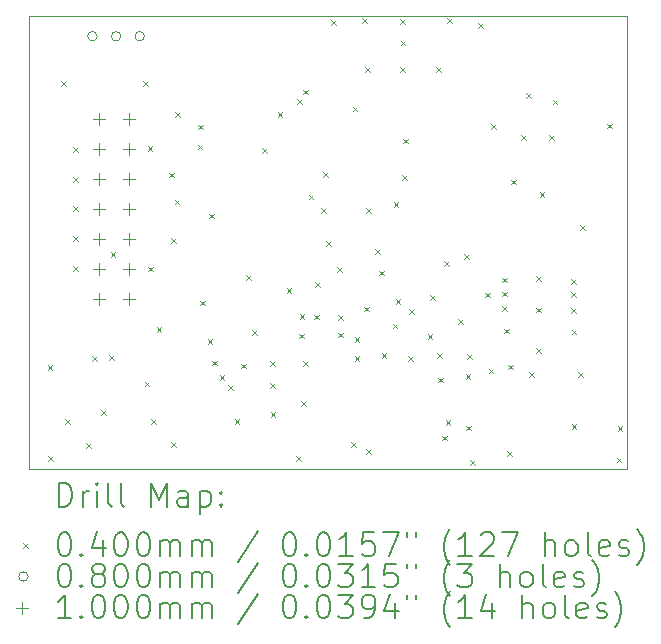
<source format=gbr>
%TF.GenerationSoftware,KiCad,Pcbnew,7.0.8*%
%TF.CreationDate,2024-04-14T12:45:38-04:00*%
%TF.ProjectId,tv desecrator,74762064-6573-4656-9372-61746f722e6b,rev?*%
%TF.SameCoordinates,Original*%
%TF.FileFunction,Drillmap*%
%TF.FilePolarity,Positive*%
%FSLAX45Y45*%
G04 Gerber Fmt 4.5, Leading zero omitted, Abs format (unit mm)*
G04 Created by KiCad (PCBNEW 7.0.8) date 2024-04-14 12:45:38*
%MOMM*%
%LPD*%
G01*
G04 APERTURE LIST*
%ADD10C,0.100000*%
%ADD11C,0.200000*%
%ADD12C,0.040000*%
%ADD13C,0.080000*%
G04 APERTURE END LIST*
D10*
X1595120Y-1821180D02*
X6659880Y-1821180D01*
X6659880Y-5659120D01*
X1595120Y-5659120D01*
X1595120Y-1821180D01*
D11*
D12*
X1755460Y-4780600D02*
X1795460Y-4820600D01*
X1795460Y-4780600D02*
X1755460Y-4820600D01*
X1758000Y-5550220D02*
X1798000Y-5590220D01*
X1798000Y-5550220D02*
X1758000Y-5590220D01*
X1872300Y-2375220D02*
X1912300Y-2415220D01*
X1912300Y-2375220D02*
X1872300Y-2415220D01*
X1905320Y-5237800D02*
X1945320Y-5277800D01*
X1945320Y-5237800D02*
X1905320Y-5277800D01*
X1968820Y-3688400D02*
X2008820Y-3728400D01*
X2008820Y-3688400D02*
X1968820Y-3728400D01*
X1971360Y-2931480D02*
X2011360Y-2971480D01*
X2011360Y-2931480D02*
X1971360Y-2971480D01*
X1971360Y-3434400D02*
X2011360Y-3474400D01*
X2011360Y-3434400D02*
X1971360Y-3474400D01*
X1971360Y-3939860D02*
X2011360Y-3979860D01*
X2011360Y-3939860D02*
X1971360Y-3979860D01*
X1973900Y-3185480D02*
X2013900Y-3225480D01*
X2013900Y-3185480D02*
X1973900Y-3225480D01*
X2083120Y-5441000D02*
X2123120Y-5481000D01*
X2123120Y-5441000D02*
X2083120Y-5481000D01*
X2131380Y-4701860D02*
X2171380Y-4741860D01*
X2171380Y-4701860D02*
X2131380Y-4741860D01*
X2207550Y-5161600D02*
X2247550Y-5201600D01*
X2247550Y-5161600D02*
X2207550Y-5201600D01*
X2273620Y-4694240D02*
X2313620Y-4734240D01*
X2313620Y-4694240D02*
X2273620Y-4734240D01*
X2288860Y-3820480D02*
X2328860Y-3860480D01*
X2328860Y-3820480D02*
X2288860Y-3860480D01*
X2563180Y-2375220D02*
X2603180Y-2415220D01*
X2603180Y-2375220D02*
X2563180Y-2415220D01*
X2575880Y-4917760D02*
X2615880Y-4957760D01*
X2615880Y-4917760D02*
X2575880Y-4957760D01*
X2601280Y-2926400D02*
X2641280Y-2966400D01*
X2641280Y-2926400D02*
X2601280Y-2966400D01*
X2603820Y-3944940D02*
X2643820Y-3984940D01*
X2643820Y-3944940D02*
X2603820Y-3984940D01*
X2631760Y-5237800D02*
X2671760Y-5277800D01*
X2671760Y-5237800D02*
X2631760Y-5277800D01*
X2677480Y-4458020D02*
X2717480Y-4498020D01*
X2717480Y-4458020D02*
X2677480Y-4498020D01*
X2784160Y-3149920D02*
X2824160Y-3189920D01*
X2824160Y-3149920D02*
X2784160Y-3189920D01*
X2799400Y-5430840D02*
X2839400Y-5470840D01*
X2839400Y-5430840D02*
X2799400Y-5470840D01*
X2801940Y-3701100D02*
X2841940Y-3741100D01*
X2841940Y-3701100D02*
X2801940Y-3741100D01*
X2829880Y-3378520D02*
X2869880Y-3418520D01*
X2869880Y-3378520D02*
X2829880Y-3418520D01*
X2834960Y-2634300D02*
X2874960Y-2674300D01*
X2874960Y-2634300D02*
X2834960Y-2674300D01*
X3024250Y-2911124D02*
X3064250Y-2951124D01*
X3064250Y-2911124D02*
X3024250Y-2951124D01*
X3030540Y-2743520D02*
X3070540Y-2783520D01*
X3070540Y-2743520D02*
X3030540Y-2783520D01*
X3048320Y-4231960D02*
X3088320Y-4271960D01*
X3088320Y-4231960D02*
X3048320Y-4271960D01*
X3109280Y-4557080D02*
X3149280Y-4597080D01*
X3149280Y-4557080D02*
X3109280Y-4597080D01*
X3121980Y-3495360D02*
X3161980Y-3535360D01*
X3161980Y-3495360D02*
X3121980Y-3535360D01*
X3149920Y-4739960D02*
X3189920Y-4779960D01*
X3189920Y-4739960D02*
X3149920Y-4779960D01*
X3211324Y-4860550D02*
X3251324Y-4900550D01*
X3251324Y-4860550D02*
X3211324Y-4900550D01*
X3282000Y-4948240D02*
X3322000Y-4988240D01*
X3322000Y-4948240D02*
X3282000Y-4988240D01*
X3337880Y-5237800D02*
X3377880Y-5277800D01*
X3377880Y-5237800D02*
X3337880Y-5277800D01*
X3391220Y-4765360D02*
X3431220Y-4805360D01*
X3431220Y-4765360D02*
X3391220Y-4805360D01*
X3434400Y-4018600D02*
X3474400Y-4058600D01*
X3474400Y-4018600D02*
X3434400Y-4058600D01*
X3488889Y-4485122D02*
X3528889Y-4525122D01*
X3528889Y-4485122D02*
X3488889Y-4525122D01*
X3571560Y-2944180D02*
X3611560Y-2984180D01*
X3611560Y-2944180D02*
X3571560Y-2984180D01*
X3640140Y-4747580D02*
X3680140Y-4787580D01*
X3680140Y-4747580D02*
X3640140Y-4787580D01*
X3640140Y-4933000D02*
X3680140Y-4973000D01*
X3680140Y-4933000D02*
X3640140Y-4973000D01*
X3642680Y-5176840D02*
X3682680Y-5216840D01*
X3682680Y-5176840D02*
X3642680Y-5216840D01*
X3703640Y-2639380D02*
X3743640Y-2679380D01*
X3743640Y-2639380D02*
X3703640Y-2679380D01*
X3779840Y-4127820D02*
X3819840Y-4167820D01*
X3819840Y-4127820D02*
X3779840Y-4167820D01*
X3861120Y-5547680D02*
X3901120Y-5587680D01*
X3901120Y-5547680D02*
X3861120Y-5587680D01*
X3866819Y-2528830D02*
X3906819Y-2568830D01*
X3906819Y-2528830D02*
X3866819Y-2568830D01*
X3883980Y-4511360D02*
X3923980Y-4551360D01*
X3923980Y-4511360D02*
X3883980Y-4551360D01*
X3889060Y-4348800D02*
X3929060Y-4388800D01*
X3929060Y-4348800D02*
X3889060Y-4388800D01*
X3904300Y-5082860D02*
X3944300Y-5122860D01*
X3944300Y-5082860D02*
X3904300Y-5122860D01*
X3919540Y-4746170D02*
X3959540Y-4786170D01*
X3959540Y-4746170D02*
X3919540Y-4786170D01*
X3921178Y-2444954D02*
X3961178Y-2484954D01*
X3961178Y-2444954D02*
X3921178Y-2484954D01*
X3965260Y-3335340D02*
X4005260Y-3375340D01*
X4005260Y-3335340D02*
X3965260Y-3375340D01*
X4013520Y-4351340D02*
X4053520Y-4391340D01*
X4053520Y-4351340D02*
X4013520Y-4391340D01*
X4021140Y-4077020D02*
X4061140Y-4117020D01*
X4061140Y-4077020D02*
X4021140Y-4117020D01*
X4068242Y-3449118D02*
X4108242Y-3489118D01*
X4108242Y-3449118D02*
X4068242Y-3489118D01*
X4089505Y-3142132D02*
X4129505Y-3182132D01*
X4129505Y-3142132D02*
X4089505Y-3182132D01*
X4115120Y-3731580D02*
X4155120Y-3771580D01*
X4155120Y-3731580D02*
X4115120Y-3771580D01*
X4155760Y-1855930D02*
X4195760Y-1895930D01*
X4195760Y-1855930D02*
X4155760Y-1895930D01*
X4209100Y-3946070D02*
X4249100Y-3986070D01*
X4249100Y-3946070D02*
X4209100Y-3986070D01*
X4214180Y-4357630D02*
X4254180Y-4397630D01*
X4254180Y-4357630D02*
X4214180Y-4397630D01*
X4214180Y-4503740D02*
X4254180Y-4543740D01*
X4254180Y-4503740D02*
X4214180Y-4543740D01*
X4325940Y-5430840D02*
X4365940Y-5470840D01*
X4365940Y-5430840D02*
X4325940Y-5470840D01*
X4338640Y-2591120D02*
X4378640Y-2631120D01*
X4378640Y-2591120D02*
X4338640Y-2631120D01*
X4353880Y-4701860D02*
X4393880Y-4741860D01*
X4393880Y-4701860D02*
X4353880Y-4741860D01*
X4355220Y-4544380D02*
X4395220Y-4584380D01*
X4395220Y-4544380D02*
X4355220Y-4584380D01*
X4417380Y-1841820D02*
X4457380Y-1881820D01*
X4457380Y-1841820D02*
X4417380Y-1881820D01*
X4437700Y-4283350D02*
X4477700Y-4323350D01*
X4477700Y-4283350D02*
X4437700Y-4323350D01*
X4442780Y-2255840D02*
X4482780Y-2295840D01*
X4482780Y-2255840D02*
X4442780Y-2295840D01*
X4450400Y-5491800D02*
X4490400Y-5531800D01*
X4490400Y-5491800D02*
X4450400Y-5531800D01*
X4452450Y-3446968D02*
X4492450Y-3486968D01*
X4492450Y-3446968D02*
X4452450Y-3486968D01*
X4526600Y-3795080D02*
X4566600Y-3835080D01*
X4566600Y-3795080D02*
X4526600Y-3835080D01*
X4562160Y-3977960D02*
X4602160Y-4017960D01*
X4602160Y-3977960D02*
X4562160Y-4017960D01*
X4582480Y-4676460D02*
X4622480Y-4716460D01*
X4622480Y-4676460D02*
X4582480Y-4716460D01*
X4675850Y-4428350D02*
X4715850Y-4468350D01*
X4715850Y-4428350D02*
X4675850Y-4468350D01*
X4684080Y-3398840D02*
X4724080Y-3438840D01*
X4724080Y-3398840D02*
X4684080Y-3438840D01*
X4701860Y-4219260D02*
X4741860Y-4259260D01*
X4741860Y-4219260D02*
X4701860Y-4259260D01*
X4737420Y-1849440D02*
X4777420Y-1889440D01*
X4777420Y-1849440D02*
X4737420Y-1889440D01*
X4739960Y-2253300D02*
X4779960Y-2293300D01*
X4779960Y-2253300D02*
X4739960Y-2293300D01*
X4745040Y-2032320D02*
X4785040Y-2072320D01*
X4785040Y-2032320D02*
X4745040Y-2072320D01*
X4755200Y-3170240D02*
X4795200Y-3210240D01*
X4795200Y-3170240D02*
X4755200Y-3210240D01*
X4762820Y-2860360D02*
X4802820Y-2900360D01*
X4802820Y-2860360D02*
X4762820Y-2900360D01*
X4807645Y-4700215D02*
X4847645Y-4740215D01*
X4847645Y-4700215D02*
X4807645Y-4740215D01*
X4815401Y-4304001D02*
X4855401Y-4344001D01*
X4855401Y-4304001D02*
X4815401Y-4344001D01*
X4973640Y-4518980D02*
X5013640Y-4558980D01*
X5013640Y-4518980D02*
X4973640Y-4558980D01*
X4996500Y-4183700D02*
X5036500Y-4223700D01*
X5036500Y-4183700D02*
X4996500Y-4223700D01*
X5044760Y-2258380D02*
X5084760Y-2298380D01*
X5084760Y-2258380D02*
X5044760Y-2298380D01*
X5052880Y-4676100D02*
X5092880Y-4716100D01*
X5092880Y-4676100D02*
X5052880Y-4716100D01*
X5062540Y-4884740D02*
X5102540Y-4924740D01*
X5102540Y-4884740D02*
X5062540Y-4924740D01*
X5097139Y-5374797D02*
X5137139Y-5414797D01*
X5137139Y-5374797D02*
X5097139Y-5414797D01*
X5110800Y-3896680D02*
X5150800Y-3936680D01*
X5150800Y-3896680D02*
X5110800Y-3936680D01*
X5126040Y-5242880D02*
X5166040Y-5282880D01*
X5166040Y-5242880D02*
X5126040Y-5282880D01*
X5136200Y-1841820D02*
X5176200Y-1881820D01*
X5176200Y-1841820D02*
X5136200Y-1881820D01*
X5232720Y-4391980D02*
X5272720Y-4431980D01*
X5272720Y-4391980D02*
X5232720Y-4431980D01*
X5283520Y-3840800D02*
X5323520Y-3880800D01*
X5323520Y-3840800D02*
X5283520Y-3880800D01*
X5293680Y-4856800D02*
X5333680Y-4896800D01*
X5333680Y-4856800D02*
X5293680Y-4896800D01*
X5295990Y-5291140D02*
X5335990Y-5331140D01*
X5335990Y-5291140D02*
X5295990Y-5331140D01*
X5305490Y-4685730D02*
X5345490Y-4725730D01*
X5345490Y-4685730D02*
X5305490Y-4725730D01*
X5331780Y-5583240D02*
X5371780Y-5623240D01*
X5371780Y-5583240D02*
X5331780Y-5623240D01*
X5397820Y-1885000D02*
X5437820Y-1925000D01*
X5437820Y-1885000D02*
X5397820Y-1925000D01*
X5461320Y-4165920D02*
X5501320Y-4205920D01*
X5501320Y-4165920D02*
X5461320Y-4205920D01*
X5489260Y-4808540D02*
X5529260Y-4848540D01*
X5529260Y-4808540D02*
X5489260Y-4848540D01*
X5512120Y-2735900D02*
X5552120Y-2775900D01*
X5552120Y-2735900D02*
X5512120Y-2775900D01*
X5606100Y-4038920D02*
X5646100Y-4078920D01*
X5646100Y-4038920D02*
X5606100Y-4078920D01*
X5606100Y-4155760D02*
X5646100Y-4195760D01*
X5646100Y-4155760D02*
X5606100Y-4195760D01*
X5606100Y-4280220D02*
X5646100Y-4320220D01*
X5646100Y-4280220D02*
X5606100Y-4320220D01*
X5621340Y-4470720D02*
X5661340Y-4510720D01*
X5661340Y-4470720D02*
X5621340Y-4510720D01*
X5646740Y-5505710D02*
X5686740Y-5545710D01*
X5686740Y-5505710D02*
X5646740Y-5545710D01*
X5651820Y-4775520D02*
X5691820Y-4815520D01*
X5691820Y-4775520D02*
X5651820Y-4815520D01*
X5679760Y-3208340D02*
X5719760Y-3248340D01*
X5719760Y-3208340D02*
X5679760Y-3248340D01*
X5766120Y-2829880D02*
X5806120Y-2869880D01*
X5806120Y-2829880D02*
X5766120Y-2869880D01*
X5809300Y-2474280D02*
X5849300Y-2514280D01*
X5849300Y-2474280D02*
X5809300Y-2514280D01*
X5832160Y-4840350D02*
X5872160Y-4880350D01*
X5872160Y-4840350D02*
X5832160Y-4880350D01*
X5893120Y-4026220D02*
X5933120Y-4066220D01*
X5933120Y-4026220D02*
X5893120Y-4066220D01*
X5893120Y-4292920D02*
X5933120Y-4332920D01*
X5933120Y-4292920D02*
X5893120Y-4332920D01*
X5893120Y-4631950D02*
X5933120Y-4671950D01*
X5933120Y-4631950D02*
X5893120Y-4671950D01*
X5921060Y-3315020D02*
X5961060Y-3355020D01*
X5961060Y-3315020D02*
X5921060Y-3355020D01*
X6002340Y-2829880D02*
X6042340Y-2869880D01*
X6042340Y-2829880D02*
X6002340Y-2869880D01*
X6030280Y-2530160D02*
X6070280Y-2570160D01*
X6070280Y-2530160D02*
X6030280Y-2570160D01*
X6185220Y-4158300D02*
X6225220Y-4198300D01*
X6225220Y-4158300D02*
X6185220Y-4198300D01*
X6187760Y-4049080D02*
X6227760Y-4089080D01*
X6227760Y-4049080D02*
X6187760Y-4089080D01*
X6187760Y-4298000D02*
X6227760Y-4338000D01*
X6227760Y-4298000D02*
X6187760Y-4338000D01*
X6192840Y-4478340D02*
X6232840Y-4518340D01*
X6232840Y-4478340D02*
X6192840Y-4518340D01*
X6192840Y-5280980D02*
X6232840Y-5320980D01*
X6232840Y-5280980D02*
X6192840Y-5320980D01*
X6248720Y-4836480D02*
X6288720Y-4876480D01*
X6288720Y-4836480D02*
X6248720Y-4876480D01*
X6261420Y-3594420D02*
X6301420Y-3634420D01*
X6301420Y-3594420D02*
X6261420Y-3634420D01*
X6495100Y-2733360D02*
X6535100Y-2773360D01*
X6535100Y-2733360D02*
X6495100Y-2773360D01*
X6573840Y-5562920D02*
X6613840Y-5602920D01*
X6613840Y-5562920D02*
X6573840Y-5602920D01*
X6581460Y-5296220D02*
X6621460Y-5336220D01*
X6621460Y-5296220D02*
X6581460Y-5336220D01*
D13*
X2174260Y-1993900D02*
G75*
G03*
X2174260Y-1993900I-40000J0D01*
G01*
X2374260Y-1993900D02*
G75*
G03*
X2374260Y-1993900I-40000J0D01*
G01*
X2574260Y-1993900D02*
G75*
G03*
X2574260Y-1993900I-40000J0D01*
G01*
D10*
X2186940Y-2644940D02*
X2186940Y-2744940D01*
X2136940Y-2694940D02*
X2236940Y-2694940D01*
X2186940Y-2898940D02*
X2186940Y-2998940D01*
X2136940Y-2948940D02*
X2236940Y-2948940D01*
X2186940Y-3152940D02*
X2186940Y-3252940D01*
X2136940Y-3202940D02*
X2236940Y-3202940D01*
X2186940Y-3406940D02*
X2186940Y-3506940D01*
X2136940Y-3456940D02*
X2236940Y-3456940D01*
X2186940Y-3660940D02*
X2186940Y-3760940D01*
X2136940Y-3710940D02*
X2236940Y-3710940D01*
X2186940Y-3914940D02*
X2186940Y-4014940D01*
X2136940Y-3964940D02*
X2236940Y-3964940D01*
X2186940Y-4168940D02*
X2186940Y-4268940D01*
X2136940Y-4218940D02*
X2236940Y-4218940D01*
X2440940Y-2644940D02*
X2440940Y-2744940D01*
X2390940Y-2694940D02*
X2490940Y-2694940D01*
X2440940Y-2898940D02*
X2440940Y-2998940D01*
X2390940Y-2948940D02*
X2490940Y-2948940D01*
X2440940Y-3152940D02*
X2440940Y-3252940D01*
X2390940Y-3202940D02*
X2490940Y-3202940D01*
X2440940Y-3406940D02*
X2440940Y-3506940D01*
X2390940Y-3456940D02*
X2490940Y-3456940D01*
X2440940Y-3660940D02*
X2440940Y-3760940D01*
X2390940Y-3710940D02*
X2490940Y-3710940D01*
X2440940Y-3914940D02*
X2440940Y-4014940D01*
X2390940Y-3964940D02*
X2490940Y-3964940D01*
X2440940Y-4168940D02*
X2440940Y-4268940D01*
X2390940Y-4218940D02*
X2490940Y-4218940D01*
D11*
X1850897Y-5975604D02*
X1850897Y-5775604D01*
X1850897Y-5775604D02*
X1898516Y-5775604D01*
X1898516Y-5775604D02*
X1927087Y-5785128D01*
X1927087Y-5785128D02*
X1946135Y-5804175D01*
X1946135Y-5804175D02*
X1955659Y-5823223D01*
X1955659Y-5823223D02*
X1965182Y-5861318D01*
X1965182Y-5861318D02*
X1965182Y-5889889D01*
X1965182Y-5889889D02*
X1955659Y-5927985D01*
X1955659Y-5927985D02*
X1946135Y-5947032D01*
X1946135Y-5947032D02*
X1927087Y-5966080D01*
X1927087Y-5966080D02*
X1898516Y-5975604D01*
X1898516Y-5975604D02*
X1850897Y-5975604D01*
X2050897Y-5975604D02*
X2050897Y-5842270D01*
X2050897Y-5880366D02*
X2060421Y-5861318D01*
X2060421Y-5861318D02*
X2069944Y-5851794D01*
X2069944Y-5851794D02*
X2088992Y-5842270D01*
X2088992Y-5842270D02*
X2108040Y-5842270D01*
X2174706Y-5975604D02*
X2174706Y-5842270D01*
X2174706Y-5775604D02*
X2165183Y-5785128D01*
X2165183Y-5785128D02*
X2174706Y-5794651D01*
X2174706Y-5794651D02*
X2184230Y-5785128D01*
X2184230Y-5785128D02*
X2174706Y-5775604D01*
X2174706Y-5775604D02*
X2174706Y-5794651D01*
X2298516Y-5975604D02*
X2279468Y-5966080D01*
X2279468Y-5966080D02*
X2269944Y-5947032D01*
X2269944Y-5947032D02*
X2269944Y-5775604D01*
X2403278Y-5975604D02*
X2384230Y-5966080D01*
X2384230Y-5966080D02*
X2374706Y-5947032D01*
X2374706Y-5947032D02*
X2374706Y-5775604D01*
X2631849Y-5975604D02*
X2631849Y-5775604D01*
X2631849Y-5775604D02*
X2698516Y-5918461D01*
X2698516Y-5918461D02*
X2765183Y-5775604D01*
X2765183Y-5775604D02*
X2765183Y-5975604D01*
X2946135Y-5975604D02*
X2946135Y-5870842D01*
X2946135Y-5870842D02*
X2936611Y-5851794D01*
X2936611Y-5851794D02*
X2917563Y-5842270D01*
X2917563Y-5842270D02*
X2879468Y-5842270D01*
X2879468Y-5842270D02*
X2860421Y-5851794D01*
X2946135Y-5966080D02*
X2927087Y-5975604D01*
X2927087Y-5975604D02*
X2879468Y-5975604D01*
X2879468Y-5975604D02*
X2860421Y-5966080D01*
X2860421Y-5966080D02*
X2850897Y-5947032D01*
X2850897Y-5947032D02*
X2850897Y-5927985D01*
X2850897Y-5927985D02*
X2860421Y-5908937D01*
X2860421Y-5908937D02*
X2879468Y-5899413D01*
X2879468Y-5899413D02*
X2927087Y-5899413D01*
X2927087Y-5899413D02*
X2946135Y-5889889D01*
X3041373Y-5842270D02*
X3041373Y-6042270D01*
X3041373Y-5851794D02*
X3060421Y-5842270D01*
X3060421Y-5842270D02*
X3098516Y-5842270D01*
X3098516Y-5842270D02*
X3117563Y-5851794D01*
X3117563Y-5851794D02*
X3127087Y-5861318D01*
X3127087Y-5861318D02*
X3136611Y-5880366D01*
X3136611Y-5880366D02*
X3136611Y-5937508D01*
X3136611Y-5937508D02*
X3127087Y-5956556D01*
X3127087Y-5956556D02*
X3117563Y-5966080D01*
X3117563Y-5966080D02*
X3098516Y-5975604D01*
X3098516Y-5975604D02*
X3060421Y-5975604D01*
X3060421Y-5975604D02*
X3041373Y-5966080D01*
X3222325Y-5956556D02*
X3231849Y-5966080D01*
X3231849Y-5966080D02*
X3222325Y-5975604D01*
X3222325Y-5975604D02*
X3212802Y-5966080D01*
X3212802Y-5966080D02*
X3222325Y-5956556D01*
X3222325Y-5956556D02*
X3222325Y-5975604D01*
X3222325Y-5851794D02*
X3231849Y-5861318D01*
X3231849Y-5861318D02*
X3222325Y-5870842D01*
X3222325Y-5870842D02*
X3212802Y-5861318D01*
X3212802Y-5861318D02*
X3222325Y-5851794D01*
X3222325Y-5851794D02*
X3222325Y-5870842D01*
D12*
X1550120Y-6284120D02*
X1590120Y-6324120D01*
X1590120Y-6284120D02*
X1550120Y-6324120D01*
D11*
X1888992Y-6195604D02*
X1908040Y-6195604D01*
X1908040Y-6195604D02*
X1927087Y-6205128D01*
X1927087Y-6205128D02*
X1936611Y-6214651D01*
X1936611Y-6214651D02*
X1946135Y-6233699D01*
X1946135Y-6233699D02*
X1955659Y-6271794D01*
X1955659Y-6271794D02*
X1955659Y-6319413D01*
X1955659Y-6319413D02*
X1946135Y-6357508D01*
X1946135Y-6357508D02*
X1936611Y-6376556D01*
X1936611Y-6376556D02*
X1927087Y-6386080D01*
X1927087Y-6386080D02*
X1908040Y-6395604D01*
X1908040Y-6395604D02*
X1888992Y-6395604D01*
X1888992Y-6395604D02*
X1869944Y-6386080D01*
X1869944Y-6386080D02*
X1860421Y-6376556D01*
X1860421Y-6376556D02*
X1850897Y-6357508D01*
X1850897Y-6357508D02*
X1841373Y-6319413D01*
X1841373Y-6319413D02*
X1841373Y-6271794D01*
X1841373Y-6271794D02*
X1850897Y-6233699D01*
X1850897Y-6233699D02*
X1860421Y-6214651D01*
X1860421Y-6214651D02*
X1869944Y-6205128D01*
X1869944Y-6205128D02*
X1888992Y-6195604D01*
X2041373Y-6376556D02*
X2050897Y-6386080D01*
X2050897Y-6386080D02*
X2041373Y-6395604D01*
X2041373Y-6395604D02*
X2031849Y-6386080D01*
X2031849Y-6386080D02*
X2041373Y-6376556D01*
X2041373Y-6376556D02*
X2041373Y-6395604D01*
X2222325Y-6262270D02*
X2222325Y-6395604D01*
X2174706Y-6186080D02*
X2127087Y-6328937D01*
X2127087Y-6328937D02*
X2250897Y-6328937D01*
X2365183Y-6195604D02*
X2384230Y-6195604D01*
X2384230Y-6195604D02*
X2403278Y-6205128D01*
X2403278Y-6205128D02*
X2412802Y-6214651D01*
X2412802Y-6214651D02*
X2422325Y-6233699D01*
X2422325Y-6233699D02*
X2431849Y-6271794D01*
X2431849Y-6271794D02*
X2431849Y-6319413D01*
X2431849Y-6319413D02*
X2422325Y-6357508D01*
X2422325Y-6357508D02*
X2412802Y-6376556D01*
X2412802Y-6376556D02*
X2403278Y-6386080D01*
X2403278Y-6386080D02*
X2384230Y-6395604D01*
X2384230Y-6395604D02*
X2365183Y-6395604D01*
X2365183Y-6395604D02*
X2346135Y-6386080D01*
X2346135Y-6386080D02*
X2336611Y-6376556D01*
X2336611Y-6376556D02*
X2327087Y-6357508D01*
X2327087Y-6357508D02*
X2317564Y-6319413D01*
X2317564Y-6319413D02*
X2317564Y-6271794D01*
X2317564Y-6271794D02*
X2327087Y-6233699D01*
X2327087Y-6233699D02*
X2336611Y-6214651D01*
X2336611Y-6214651D02*
X2346135Y-6205128D01*
X2346135Y-6205128D02*
X2365183Y-6195604D01*
X2555659Y-6195604D02*
X2574706Y-6195604D01*
X2574706Y-6195604D02*
X2593754Y-6205128D01*
X2593754Y-6205128D02*
X2603278Y-6214651D01*
X2603278Y-6214651D02*
X2612802Y-6233699D01*
X2612802Y-6233699D02*
X2622325Y-6271794D01*
X2622325Y-6271794D02*
X2622325Y-6319413D01*
X2622325Y-6319413D02*
X2612802Y-6357508D01*
X2612802Y-6357508D02*
X2603278Y-6376556D01*
X2603278Y-6376556D02*
X2593754Y-6386080D01*
X2593754Y-6386080D02*
X2574706Y-6395604D01*
X2574706Y-6395604D02*
X2555659Y-6395604D01*
X2555659Y-6395604D02*
X2536611Y-6386080D01*
X2536611Y-6386080D02*
X2527087Y-6376556D01*
X2527087Y-6376556D02*
X2517564Y-6357508D01*
X2517564Y-6357508D02*
X2508040Y-6319413D01*
X2508040Y-6319413D02*
X2508040Y-6271794D01*
X2508040Y-6271794D02*
X2517564Y-6233699D01*
X2517564Y-6233699D02*
X2527087Y-6214651D01*
X2527087Y-6214651D02*
X2536611Y-6205128D01*
X2536611Y-6205128D02*
X2555659Y-6195604D01*
X2708040Y-6395604D02*
X2708040Y-6262270D01*
X2708040Y-6281318D02*
X2717564Y-6271794D01*
X2717564Y-6271794D02*
X2736611Y-6262270D01*
X2736611Y-6262270D02*
X2765183Y-6262270D01*
X2765183Y-6262270D02*
X2784230Y-6271794D01*
X2784230Y-6271794D02*
X2793754Y-6290842D01*
X2793754Y-6290842D02*
X2793754Y-6395604D01*
X2793754Y-6290842D02*
X2803278Y-6271794D01*
X2803278Y-6271794D02*
X2822325Y-6262270D01*
X2822325Y-6262270D02*
X2850897Y-6262270D01*
X2850897Y-6262270D02*
X2869944Y-6271794D01*
X2869944Y-6271794D02*
X2879468Y-6290842D01*
X2879468Y-6290842D02*
X2879468Y-6395604D01*
X2974706Y-6395604D02*
X2974706Y-6262270D01*
X2974706Y-6281318D02*
X2984230Y-6271794D01*
X2984230Y-6271794D02*
X3003278Y-6262270D01*
X3003278Y-6262270D02*
X3031849Y-6262270D01*
X3031849Y-6262270D02*
X3050897Y-6271794D01*
X3050897Y-6271794D02*
X3060421Y-6290842D01*
X3060421Y-6290842D02*
X3060421Y-6395604D01*
X3060421Y-6290842D02*
X3069944Y-6271794D01*
X3069944Y-6271794D02*
X3088992Y-6262270D01*
X3088992Y-6262270D02*
X3117563Y-6262270D01*
X3117563Y-6262270D02*
X3136611Y-6271794D01*
X3136611Y-6271794D02*
X3146135Y-6290842D01*
X3146135Y-6290842D02*
X3146135Y-6395604D01*
X3536611Y-6186080D02*
X3365183Y-6443223D01*
X3793754Y-6195604D02*
X3812802Y-6195604D01*
X3812802Y-6195604D02*
X3831849Y-6205128D01*
X3831849Y-6205128D02*
X3841373Y-6214651D01*
X3841373Y-6214651D02*
X3850897Y-6233699D01*
X3850897Y-6233699D02*
X3860421Y-6271794D01*
X3860421Y-6271794D02*
X3860421Y-6319413D01*
X3860421Y-6319413D02*
X3850897Y-6357508D01*
X3850897Y-6357508D02*
X3841373Y-6376556D01*
X3841373Y-6376556D02*
X3831849Y-6386080D01*
X3831849Y-6386080D02*
X3812802Y-6395604D01*
X3812802Y-6395604D02*
X3793754Y-6395604D01*
X3793754Y-6395604D02*
X3774706Y-6386080D01*
X3774706Y-6386080D02*
X3765183Y-6376556D01*
X3765183Y-6376556D02*
X3755659Y-6357508D01*
X3755659Y-6357508D02*
X3746135Y-6319413D01*
X3746135Y-6319413D02*
X3746135Y-6271794D01*
X3746135Y-6271794D02*
X3755659Y-6233699D01*
X3755659Y-6233699D02*
X3765183Y-6214651D01*
X3765183Y-6214651D02*
X3774706Y-6205128D01*
X3774706Y-6205128D02*
X3793754Y-6195604D01*
X3946135Y-6376556D02*
X3955659Y-6386080D01*
X3955659Y-6386080D02*
X3946135Y-6395604D01*
X3946135Y-6395604D02*
X3936611Y-6386080D01*
X3936611Y-6386080D02*
X3946135Y-6376556D01*
X3946135Y-6376556D02*
X3946135Y-6395604D01*
X4079468Y-6195604D02*
X4098516Y-6195604D01*
X4098516Y-6195604D02*
X4117564Y-6205128D01*
X4117564Y-6205128D02*
X4127087Y-6214651D01*
X4127087Y-6214651D02*
X4136611Y-6233699D01*
X4136611Y-6233699D02*
X4146135Y-6271794D01*
X4146135Y-6271794D02*
X4146135Y-6319413D01*
X4146135Y-6319413D02*
X4136611Y-6357508D01*
X4136611Y-6357508D02*
X4127087Y-6376556D01*
X4127087Y-6376556D02*
X4117564Y-6386080D01*
X4117564Y-6386080D02*
X4098516Y-6395604D01*
X4098516Y-6395604D02*
X4079468Y-6395604D01*
X4079468Y-6395604D02*
X4060421Y-6386080D01*
X4060421Y-6386080D02*
X4050897Y-6376556D01*
X4050897Y-6376556D02*
X4041373Y-6357508D01*
X4041373Y-6357508D02*
X4031849Y-6319413D01*
X4031849Y-6319413D02*
X4031849Y-6271794D01*
X4031849Y-6271794D02*
X4041373Y-6233699D01*
X4041373Y-6233699D02*
X4050897Y-6214651D01*
X4050897Y-6214651D02*
X4060421Y-6205128D01*
X4060421Y-6205128D02*
X4079468Y-6195604D01*
X4336611Y-6395604D02*
X4222326Y-6395604D01*
X4279468Y-6395604D02*
X4279468Y-6195604D01*
X4279468Y-6195604D02*
X4260421Y-6224175D01*
X4260421Y-6224175D02*
X4241373Y-6243223D01*
X4241373Y-6243223D02*
X4222326Y-6252747D01*
X4517564Y-6195604D02*
X4422326Y-6195604D01*
X4422326Y-6195604D02*
X4412802Y-6290842D01*
X4412802Y-6290842D02*
X4422326Y-6281318D01*
X4422326Y-6281318D02*
X4441373Y-6271794D01*
X4441373Y-6271794D02*
X4488992Y-6271794D01*
X4488992Y-6271794D02*
X4508040Y-6281318D01*
X4508040Y-6281318D02*
X4517564Y-6290842D01*
X4517564Y-6290842D02*
X4527088Y-6309889D01*
X4527088Y-6309889D02*
X4527088Y-6357508D01*
X4527088Y-6357508D02*
X4517564Y-6376556D01*
X4517564Y-6376556D02*
X4508040Y-6386080D01*
X4508040Y-6386080D02*
X4488992Y-6395604D01*
X4488992Y-6395604D02*
X4441373Y-6395604D01*
X4441373Y-6395604D02*
X4422326Y-6386080D01*
X4422326Y-6386080D02*
X4412802Y-6376556D01*
X4593754Y-6195604D02*
X4727088Y-6195604D01*
X4727088Y-6195604D02*
X4641373Y-6395604D01*
X4793754Y-6195604D02*
X4793754Y-6233699D01*
X4869945Y-6195604D02*
X4869945Y-6233699D01*
X5165183Y-6471794D02*
X5155659Y-6462270D01*
X5155659Y-6462270D02*
X5136611Y-6433699D01*
X5136611Y-6433699D02*
X5127088Y-6414651D01*
X5127088Y-6414651D02*
X5117564Y-6386080D01*
X5117564Y-6386080D02*
X5108040Y-6338461D01*
X5108040Y-6338461D02*
X5108040Y-6300366D01*
X5108040Y-6300366D02*
X5117564Y-6252747D01*
X5117564Y-6252747D02*
X5127088Y-6224175D01*
X5127088Y-6224175D02*
X5136611Y-6205128D01*
X5136611Y-6205128D02*
X5155659Y-6176556D01*
X5155659Y-6176556D02*
X5165183Y-6167032D01*
X5346135Y-6395604D02*
X5231850Y-6395604D01*
X5288992Y-6395604D02*
X5288992Y-6195604D01*
X5288992Y-6195604D02*
X5269945Y-6224175D01*
X5269945Y-6224175D02*
X5250897Y-6243223D01*
X5250897Y-6243223D02*
X5231850Y-6252747D01*
X5422326Y-6214651D02*
X5431850Y-6205128D01*
X5431850Y-6205128D02*
X5450897Y-6195604D01*
X5450897Y-6195604D02*
X5498516Y-6195604D01*
X5498516Y-6195604D02*
X5517564Y-6205128D01*
X5517564Y-6205128D02*
X5527088Y-6214651D01*
X5527088Y-6214651D02*
X5536611Y-6233699D01*
X5536611Y-6233699D02*
X5536611Y-6252747D01*
X5536611Y-6252747D02*
X5527088Y-6281318D01*
X5527088Y-6281318D02*
X5412802Y-6395604D01*
X5412802Y-6395604D02*
X5536611Y-6395604D01*
X5603278Y-6195604D02*
X5736611Y-6195604D01*
X5736611Y-6195604D02*
X5650897Y-6395604D01*
X5965183Y-6395604D02*
X5965183Y-6195604D01*
X6050897Y-6395604D02*
X6050897Y-6290842D01*
X6050897Y-6290842D02*
X6041373Y-6271794D01*
X6041373Y-6271794D02*
X6022326Y-6262270D01*
X6022326Y-6262270D02*
X5993754Y-6262270D01*
X5993754Y-6262270D02*
X5974707Y-6271794D01*
X5974707Y-6271794D02*
X5965183Y-6281318D01*
X6174707Y-6395604D02*
X6155659Y-6386080D01*
X6155659Y-6386080D02*
X6146135Y-6376556D01*
X6146135Y-6376556D02*
X6136611Y-6357508D01*
X6136611Y-6357508D02*
X6136611Y-6300366D01*
X6136611Y-6300366D02*
X6146135Y-6281318D01*
X6146135Y-6281318D02*
X6155659Y-6271794D01*
X6155659Y-6271794D02*
X6174707Y-6262270D01*
X6174707Y-6262270D02*
X6203278Y-6262270D01*
X6203278Y-6262270D02*
X6222326Y-6271794D01*
X6222326Y-6271794D02*
X6231850Y-6281318D01*
X6231850Y-6281318D02*
X6241373Y-6300366D01*
X6241373Y-6300366D02*
X6241373Y-6357508D01*
X6241373Y-6357508D02*
X6231850Y-6376556D01*
X6231850Y-6376556D02*
X6222326Y-6386080D01*
X6222326Y-6386080D02*
X6203278Y-6395604D01*
X6203278Y-6395604D02*
X6174707Y-6395604D01*
X6355659Y-6395604D02*
X6336611Y-6386080D01*
X6336611Y-6386080D02*
X6327088Y-6367032D01*
X6327088Y-6367032D02*
X6327088Y-6195604D01*
X6508040Y-6386080D02*
X6488992Y-6395604D01*
X6488992Y-6395604D02*
X6450897Y-6395604D01*
X6450897Y-6395604D02*
X6431850Y-6386080D01*
X6431850Y-6386080D02*
X6422326Y-6367032D01*
X6422326Y-6367032D02*
X6422326Y-6290842D01*
X6422326Y-6290842D02*
X6431850Y-6271794D01*
X6431850Y-6271794D02*
X6450897Y-6262270D01*
X6450897Y-6262270D02*
X6488992Y-6262270D01*
X6488992Y-6262270D02*
X6508040Y-6271794D01*
X6508040Y-6271794D02*
X6517564Y-6290842D01*
X6517564Y-6290842D02*
X6517564Y-6309889D01*
X6517564Y-6309889D02*
X6422326Y-6328937D01*
X6593754Y-6386080D02*
X6612802Y-6395604D01*
X6612802Y-6395604D02*
X6650897Y-6395604D01*
X6650897Y-6395604D02*
X6669945Y-6386080D01*
X6669945Y-6386080D02*
X6679469Y-6367032D01*
X6679469Y-6367032D02*
X6679469Y-6357508D01*
X6679469Y-6357508D02*
X6669945Y-6338461D01*
X6669945Y-6338461D02*
X6650897Y-6328937D01*
X6650897Y-6328937D02*
X6622326Y-6328937D01*
X6622326Y-6328937D02*
X6603278Y-6319413D01*
X6603278Y-6319413D02*
X6593754Y-6300366D01*
X6593754Y-6300366D02*
X6593754Y-6290842D01*
X6593754Y-6290842D02*
X6603278Y-6271794D01*
X6603278Y-6271794D02*
X6622326Y-6262270D01*
X6622326Y-6262270D02*
X6650897Y-6262270D01*
X6650897Y-6262270D02*
X6669945Y-6271794D01*
X6746135Y-6471794D02*
X6755659Y-6462270D01*
X6755659Y-6462270D02*
X6774707Y-6433699D01*
X6774707Y-6433699D02*
X6784231Y-6414651D01*
X6784231Y-6414651D02*
X6793754Y-6386080D01*
X6793754Y-6386080D02*
X6803278Y-6338461D01*
X6803278Y-6338461D02*
X6803278Y-6300366D01*
X6803278Y-6300366D02*
X6793754Y-6252747D01*
X6793754Y-6252747D02*
X6784231Y-6224175D01*
X6784231Y-6224175D02*
X6774707Y-6205128D01*
X6774707Y-6205128D02*
X6755659Y-6176556D01*
X6755659Y-6176556D02*
X6746135Y-6167032D01*
D13*
X1590120Y-6568120D02*
G75*
G03*
X1590120Y-6568120I-40000J0D01*
G01*
D11*
X1888992Y-6459604D02*
X1908040Y-6459604D01*
X1908040Y-6459604D02*
X1927087Y-6469128D01*
X1927087Y-6469128D02*
X1936611Y-6478651D01*
X1936611Y-6478651D02*
X1946135Y-6497699D01*
X1946135Y-6497699D02*
X1955659Y-6535794D01*
X1955659Y-6535794D02*
X1955659Y-6583413D01*
X1955659Y-6583413D02*
X1946135Y-6621508D01*
X1946135Y-6621508D02*
X1936611Y-6640556D01*
X1936611Y-6640556D02*
X1927087Y-6650080D01*
X1927087Y-6650080D02*
X1908040Y-6659604D01*
X1908040Y-6659604D02*
X1888992Y-6659604D01*
X1888992Y-6659604D02*
X1869944Y-6650080D01*
X1869944Y-6650080D02*
X1860421Y-6640556D01*
X1860421Y-6640556D02*
X1850897Y-6621508D01*
X1850897Y-6621508D02*
X1841373Y-6583413D01*
X1841373Y-6583413D02*
X1841373Y-6535794D01*
X1841373Y-6535794D02*
X1850897Y-6497699D01*
X1850897Y-6497699D02*
X1860421Y-6478651D01*
X1860421Y-6478651D02*
X1869944Y-6469128D01*
X1869944Y-6469128D02*
X1888992Y-6459604D01*
X2041373Y-6640556D02*
X2050897Y-6650080D01*
X2050897Y-6650080D02*
X2041373Y-6659604D01*
X2041373Y-6659604D02*
X2031849Y-6650080D01*
X2031849Y-6650080D02*
X2041373Y-6640556D01*
X2041373Y-6640556D02*
X2041373Y-6659604D01*
X2165183Y-6545318D02*
X2146135Y-6535794D01*
X2146135Y-6535794D02*
X2136611Y-6526270D01*
X2136611Y-6526270D02*
X2127087Y-6507223D01*
X2127087Y-6507223D02*
X2127087Y-6497699D01*
X2127087Y-6497699D02*
X2136611Y-6478651D01*
X2136611Y-6478651D02*
X2146135Y-6469128D01*
X2146135Y-6469128D02*
X2165183Y-6459604D01*
X2165183Y-6459604D02*
X2203278Y-6459604D01*
X2203278Y-6459604D02*
X2222325Y-6469128D01*
X2222325Y-6469128D02*
X2231849Y-6478651D01*
X2231849Y-6478651D02*
X2241373Y-6497699D01*
X2241373Y-6497699D02*
X2241373Y-6507223D01*
X2241373Y-6507223D02*
X2231849Y-6526270D01*
X2231849Y-6526270D02*
X2222325Y-6535794D01*
X2222325Y-6535794D02*
X2203278Y-6545318D01*
X2203278Y-6545318D02*
X2165183Y-6545318D01*
X2165183Y-6545318D02*
X2146135Y-6554842D01*
X2146135Y-6554842D02*
X2136611Y-6564366D01*
X2136611Y-6564366D02*
X2127087Y-6583413D01*
X2127087Y-6583413D02*
X2127087Y-6621508D01*
X2127087Y-6621508D02*
X2136611Y-6640556D01*
X2136611Y-6640556D02*
X2146135Y-6650080D01*
X2146135Y-6650080D02*
X2165183Y-6659604D01*
X2165183Y-6659604D02*
X2203278Y-6659604D01*
X2203278Y-6659604D02*
X2222325Y-6650080D01*
X2222325Y-6650080D02*
X2231849Y-6640556D01*
X2231849Y-6640556D02*
X2241373Y-6621508D01*
X2241373Y-6621508D02*
X2241373Y-6583413D01*
X2241373Y-6583413D02*
X2231849Y-6564366D01*
X2231849Y-6564366D02*
X2222325Y-6554842D01*
X2222325Y-6554842D02*
X2203278Y-6545318D01*
X2365183Y-6459604D02*
X2384230Y-6459604D01*
X2384230Y-6459604D02*
X2403278Y-6469128D01*
X2403278Y-6469128D02*
X2412802Y-6478651D01*
X2412802Y-6478651D02*
X2422325Y-6497699D01*
X2422325Y-6497699D02*
X2431849Y-6535794D01*
X2431849Y-6535794D02*
X2431849Y-6583413D01*
X2431849Y-6583413D02*
X2422325Y-6621508D01*
X2422325Y-6621508D02*
X2412802Y-6640556D01*
X2412802Y-6640556D02*
X2403278Y-6650080D01*
X2403278Y-6650080D02*
X2384230Y-6659604D01*
X2384230Y-6659604D02*
X2365183Y-6659604D01*
X2365183Y-6659604D02*
X2346135Y-6650080D01*
X2346135Y-6650080D02*
X2336611Y-6640556D01*
X2336611Y-6640556D02*
X2327087Y-6621508D01*
X2327087Y-6621508D02*
X2317564Y-6583413D01*
X2317564Y-6583413D02*
X2317564Y-6535794D01*
X2317564Y-6535794D02*
X2327087Y-6497699D01*
X2327087Y-6497699D02*
X2336611Y-6478651D01*
X2336611Y-6478651D02*
X2346135Y-6469128D01*
X2346135Y-6469128D02*
X2365183Y-6459604D01*
X2555659Y-6459604D02*
X2574706Y-6459604D01*
X2574706Y-6459604D02*
X2593754Y-6469128D01*
X2593754Y-6469128D02*
X2603278Y-6478651D01*
X2603278Y-6478651D02*
X2612802Y-6497699D01*
X2612802Y-6497699D02*
X2622325Y-6535794D01*
X2622325Y-6535794D02*
X2622325Y-6583413D01*
X2622325Y-6583413D02*
X2612802Y-6621508D01*
X2612802Y-6621508D02*
X2603278Y-6640556D01*
X2603278Y-6640556D02*
X2593754Y-6650080D01*
X2593754Y-6650080D02*
X2574706Y-6659604D01*
X2574706Y-6659604D02*
X2555659Y-6659604D01*
X2555659Y-6659604D02*
X2536611Y-6650080D01*
X2536611Y-6650080D02*
X2527087Y-6640556D01*
X2527087Y-6640556D02*
X2517564Y-6621508D01*
X2517564Y-6621508D02*
X2508040Y-6583413D01*
X2508040Y-6583413D02*
X2508040Y-6535794D01*
X2508040Y-6535794D02*
X2517564Y-6497699D01*
X2517564Y-6497699D02*
X2527087Y-6478651D01*
X2527087Y-6478651D02*
X2536611Y-6469128D01*
X2536611Y-6469128D02*
X2555659Y-6459604D01*
X2708040Y-6659604D02*
X2708040Y-6526270D01*
X2708040Y-6545318D02*
X2717564Y-6535794D01*
X2717564Y-6535794D02*
X2736611Y-6526270D01*
X2736611Y-6526270D02*
X2765183Y-6526270D01*
X2765183Y-6526270D02*
X2784230Y-6535794D01*
X2784230Y-6535794D02*
X2793754Y-6554842D01*
X2793754Y-6554842D02*
X2793754Y-6659604D01*
X2793754Y-6554842D02*
X2803278Y-6535794D01*
X2803278Y-6535794D02*
X2822325Y-6526270D01*
X2822325Y-6526270D02*
X2850897Y-6526270D01*
X2850897Y-6526270D02*
X2869944Y-6535794D01*
X2869944Y-6535794D02*
X2879468Y-6554842D01*
X2879468Y-6554842D02*
X2879468Y-6659604D01*
X2974706Y-6659604D02*
X2974706Y-6526270D01*
X2974706Y-6545318D02*
X2984230Y-6535794D01*
X2984230Y-6535794D02*
X3003278Y-6526270D01*
X3003278Y-6526270D02*
X3031849Y-6526270D01*
X3031849Y-6526270D02*
X3050897Y-6535794D01*
X3050897Y-6535794D02*
X3060421Y-6554842D01*
X3060421Y-6554842D02*
X3060421Y-6659604D01*
X3060421Y-6554842D02*
X3069944Y-6535794D01*
X3069944Y-6535794D02*
X3088992Y-6526270D01*
X3088992Y-6526270D02*
X3117563Y-6526270D01*
X3117563Y-6526270D02*
X3136611Y-6535794D01*
X3136611Y-6535794D02*
X3146135Y-6554842D01*
X3146135Y-6554842D02*
X3146135Y-6659604D01*
X3536611Y-6450080D02*
X3365183Y-6707223D01*
X3793754Y-6459604D02*
X3812802Y-6459604D01*
X3812802Y-6459604D02*
X3831849Y-6469128D01*
X3831849Y-6469128D02*
X3841373Y-6478651D01*
X3841373Y-6478651D02*
X3850897Y-6497699D01*
X3850897Y-6497699D02*
X3860421Y-6535794D01*
X3860421Y-6535794D02*
X3860421Y-6583413D01*
X3860421Y-6583413D02*
X3850897Y-6621508D01*
X3850897Y-6621508D02*
X3841373Y-6640556D01*
X3841373Y-6640556D02*
X3831849Y-6650080D01*
X3831849Y-6650080D02*
X3812802Y-6659604D01*
X3812802Y-6659604D02*
X3793754Y-6659604D01*
X3793754Y-6659604D02*
X3774706Y-6650080D01*
X3774706Y-6650080D02*
X3765183Y-6640556D01*
X3765183Y-6640556D02*
X3755659Y-6621508D01*
X3755659Y-6621508D02*
X3746135Y-6583413D01*
X3746135Y-6583413D02*
X3746135Y-6535794D01*
X3746135Y-6535794D02*
X3755659Y-6497699D01*
X3755659Y-6497699D02*
X3765183Y-6478651D01*
X3765183Y-6478651D02*
X3774706Y-6469128D01*
X3774706Y-6469128D02*
X3793754Y-6459604D01*
X3946135Y-6640556D02*
X3955659Y-6650080D01*
X3955659Y-6650080D02*
X3946135Y-6659604D01*
X3946135Y-6659604D02*
X3936611Y-6650080D01*
X3936611Y-6650080D02*
X3946135Y-6640556D01*
X3946135Y-6640556D02*
X3946135Y-6659604D01*
X4079468Y-6459604D02*
X4098516Y-6459604D01*
X4098516Y-6459604D02*
X4117564Y-6469128D01*
X4117564Y-6469128D02*
X4127087Y-6478651D01*
X4127087Y-6478651D02*
X4136611Y-6497699D01*
X4136611Y-6497699D02*
X4146135Y-6535794D01*
X4146135Y-6535794D02*
X4146135Y-6583413D01*
X4146135Y-6583413D02*
X4136611Y-6621508D01*
X4136611Y-6621508D02*
X4127087Y-6640556D01*
X4127087Y-6640556D02*
X4117564Y-6650080D01*
X4117564Y-6650080D02*
X4098516Y-6659604D01*
X4098516Y-6659604D02*
X4079468Y-6659604D01*
X4079468Y-6659604D02*
X4060421Y-6650080D01*
X4060421Y-6650080D02*
X4050897Y-6640556D01*
X4050897Y-6640556D02*
X4041373Y-6621508D01*
X4041373Y-6621508D02*
X4031849Y-6583413D01*
X4031849Y-6583413D02*
X4031849Y-6535794D01*
X4031849Y-6535794D02*
X4041373Y-6497699D01*
X4041373Y-6497699D02*
X4050897Y-6478651D01*
X4050897Y-6478651D02*
X4060421Y-6469128D01*
X4060421Y-6469128D02*
X4079468Y-6459604D01*
X4212802Y-6459604D02*
X4336611Y-6459604D01*
X4336611Y-6459604D02*
X4269945Y-6535794D01*
X4269945Y-6535794D02*
X4298516Y-6535794D01*
X4298516Y-6535794D02*
X4317564Y-6545318D01*
X4317564Y-6545318D02*
X4327088Y-6554842D01*
X4327088Y-6554842D02*
X4336611Y-6573889D01*
X4336611Y-6573889D02*
X4336611Y-6621508D01*
X4336611Y-6621508D02*
X4327088Y-6640556D01*
X4327088Y-6640556D02*
X4317564Y-6650080D01*
X4317564Y-6650080D02*
X4298516Y-6659604D01*
X4298516Y-6659604D02*
X4241373Y-6659604D01*
X4241373Y-6659604D02*
X4222326Y-6650080D01*
X4222326Y-6650080D02*
X4212802Y-6640556D01*
X4527088Y-6659604D02*
X4412802Y-6659604D01*
X4469945Y-6659604D02*
X4469945Y-6459604D01*
X4469945Y-6459604D02*
X4450897Y-6488175D01*
X4450897Y-6488175D02*
X4431849Y-6507223D01*
X4431849Y-6507223D02*
X4412802Y-6516747D01*
X4708040Y-6459604D02*
X4612802Y-6459604D01*
X4612802Y-6459604D02*
X4603278Y-6554842D01*
X4603278Y-6554842D02*
X4612802Y-6545318D01*
X4612802Y-6545318D02*
X4631849Y-6535794D01*
X4631849Y-6535794D02*
X4679469Y-6535794D01*
X4679469Y-6535794D02*
X4698516Y-6545318D01*
X4698516Y-6545318D02*
X4708040Y-6554842D01*
X4708040Y-6554842D02*
X4717564Y-6573889D01*
X4717564Y-6573889D02*
X4717564Y-6621508D01*
X4717564Y-6621508D02*
X4708040Y-6640556D01*
X4708040Y-6640556D02*
X4698516Y-6650080D01*
X4698516Y-6650080D02*
X4679469Y-6659604D01*
X4679469Y-6659604D02*
X4631849Y-6659604D01*
X4631849Y-6659604D02*
X4612802Y-6650080D01*
X4612802Y-6650080D02*
X4603278Y-6640556D01*
X4793754Y-6459604D02*
X4793754Y-6497699D01*
X4869945Y-6459604D02*
X4869945Y-6497699D01*
X5165183Y-6735794D02*
X5155659Y-6726270D01*
X5155659Y-6726270D02*
X5136611Y-6697699D01*
X5136611Y-6697699D02*
X5127088Y-6678651D01*
X5127088Y-6678651D02*
X5117564Y-6650080D01*
X5117564Y-6650080D02*
X5108040Y-6602461D01*
X5108040Y-6602461D02*
X5108040Y-6564366D01*
X5108040Y-6564366D02*
X5117564Y-6516747D01*
X5117564Y-6516747D02*
X5127088Y-6488175D01*
X5127088Y-6488175D02*
X5136611Y-6469128D01*
X5136611Y-6469128D02*
X5155659Y-6440556D01*
X5155659Y-6440556D02*
X5165183Y-6431032D01*
X5222326Y-6459604D02*
X5346135Y-6459604D01*
X5346135Y-6459604D02*
X5279469Y-6535794D01*
X5279469Y-6535794D02*
X5308040Y-6535794D01*
X5308040Y-6535794D02*
X5327088Y-6545318D01*
X5327088Y-6545318D02*
X5336611Y-6554842D01*
X5336611Y-6554842D02*
X5346135Y-6573889D01*
X5346135Y-6573889D02*
X5346135Y-6621508D01*
X5346135Y-6621508D02*
X5336611Y-6640556D01*
X5336611Y-6640556D02*
X5327088Y-6650080D01*
X5327088Y-6650080D02*
X5308040Y-6659604D01*
X5308040Y-6659604D02*
X5250897Y-6659604D01*
X5250897Y-6659604D02*
X5231850Y-6650080D01*
X5231850Y-6650080D02*
X5222326Y-6640556D01*
X5584231Y-6659604D02*
X5584231Y-6459604D01*
X5669945Y-6659604D02*
X5669945Y-6554842D01*
X5669945Y-6554842D02*
X5660421Y-6535794D01*
X5660421Y-6535794D02*
X5641373Y-6526270D01*
X5641373Y-6526270D02*
X5612802Y-6526270D01*
X5612802Y-6526270D02*
X5593754Y-6535794D01*
X5593754Y-6535794D02*
X5584231Y-6545318D01*
X5793754Y-6659604D02*
X5774707Y-6650080D01*
X5774707Y-6650080D02*
X5765183Y-6640556D01*
X5765183Y-6640556D02*
X5755659Y-6621508D01*
X5755659Y-6621508D02*
X5755659Y-6564366D01*
X5755659Y-6564366D02*
X5765183Y-6545318D01*
X5765183Y-6545318D02*
X5774707Y-6535794D01*
X5774707Y-6535794D02*
X5793754Y-6526270D01*
X5793754Y-6526270D02*
X5822326Y-6526270D01*
X5822326Y-6526270D02*
X5841373Y-6535794D01*
X5841373Y-6535794D02*
X5850897Y-6545318D01*
X5850897Y-6545318D02*
X5860421Y-6564366D01*
X5860421Y-6564366D02*
X5860421Y-6621508D01*
X5860421Y-6621508D02*
X5850897Y-6640556D01*
X5850897Y-6640556D02*
X5841373Y-6650080D01*
X5841373Y-6650080D02*
X5822326Y-6659604D01*
X5822326Y-6659604D02*
X5793754Y-6659604D01*
X5974707Y-6659604D02*
X5955659Y-6650080D01*
X5955659Y-6650080D02*
X5946135Y-6631032D01*
X5946135Y-6631032D02*
X5946135Y-6459604D01*
X6127088Y-6650080D02*
X6108040Y-6659604D01*
X6108040Y-6659604D02*
X6069945Y-6659604D01*
X6069945Y-6659604D02*
X6050897Y-6650080D01*
X6050897Y-6650080D02*
X6041373Y-6631032D01*
X6041373Y-6631032D02*
X6041373Y-6554842D01*
X6041373Y-6554842D02*
X6050897Y-6535794D01*
X6050897Y-6535794D02*
X6069945Y-6526270D01*
X6069945Y-6526270D02*
X6108040Y-6526270D01*
X6108040Y-6526270D02*
X6127088Y-6535794D01*
X6127088Y-6535794D02*
X6136611Y-6554842D01*
X6136611Y-6554842D02*
X6136611Y-6573889D01*
X6136611Y-6573889D02*
X6041373Y-6592937D01*
X6212802Y-6650080D02*
X6231850Y-6659604D01*
X6231850Y-6659604D02*
X6269945Y-6659604D01*
X6269945Y-6659604D02*
X6288992Y-6650080D01*
X6288992Y-6650080D02*
X6298516Y-6631032D01*
X6298516Y-6631032D02*
X6298516Y-6621508D01*
X6298516Y-6621508D02*
X6288992Y-6602461D01*
X6288992Y-6602461D02*
X6269945Y-6592937D01*
X6269945Y-6592937D02*
X6241373Y-6592937D01*
X6241373Y-6592937D02*
X6222326Y-6583413D01*
X6222326Y-6583413D02*
X6212802Y-6564366D01*
X6212802Y-6564366D02*
X6212802Y-6554842D01*
X6212802Y-6554842D02*
X6222326Y-6535794D01*
X6222326Y-6535794D02*
X6241373Y-6526270D01*
X6241373Y-6526270D02*
X6269945Y-6526270D01*
X6269945Y-6526270D02*
X6288992Y-6535794D01*
X6365183Y-6735794D02*
X6374707Y-6726270D01*
X6374707Y-6726270D02*
X6393754Y-6697699D01*
X6393754Y-6697699D02*
X6403278Y-6678651D01*
X6403278Y-6678651D02*
X6412802Y-6650080D01*
X6412802Y-6650080D02*
X6422326Y-6602461D01*
X6422326Y-6602461D02*
X6422326Y-6564366D01*
X6422326Y-6564366D02*
X6412802Y-6516747D01*
X6412802Y-6516747D02*
X6403278Y-6488175D01*
X6403278Y-6488175D02*
X6393754Y-6469128D01*
X6393754Y-6469128D02*
X6374707Y-6440556D01*
X6374707Y-6440556D02*
X6365183Y-6431032D01*
D10*
X1540120Y-6782120D02*
X1540120Y-6882120D01*
X1490120Y-6832120D02*
X1590120Y-6832120D01*
D11*
X1955659Y-6923604D02*
X1841373Y-6923604D01*
X1898516Y-6923604D02*
X1898516Y-6723604D01*
X1898516Y-6723604D02*
X1879468Y-6752175D01*
X1879468Y-6752175D02*
X1860421Y-6771223D01*
X1860421Y-6771223D02*
X1841373Y-6780747D01*
X2041373Y-6904556D02*
X2050897Y-6914080D01*
X2050897Y-6914080D02*
X2041373Y-6923604D01*
X2041373Y-6923604D02*
X2031849Y-6914080D01*
X2031849Y-6914080D02*
X2041373Y-6904556D01*
X2041373Y-6904556D02*
X2041373Y-6923604D01*
X2174706Y-6723604D02*
X2193754Y-6723604D01*
X2193754Y-6723604D02*
X2212802Y-6733128D01*
X2212802Y-6733128D02*
X2222325Y-6742651D01*
X2222325Y-6742651D02*
X2231849Y-6761699D01*
X2231849Y-6761699D02*
X2241373Y-6799794D01*
X2241373Y-6799794D02*
X2241373Y-6847413D01*
X2241373Y-6847413D02*
X2231849Y-6885508D01*
X2231849Y-6885508D02*
X2222325Y-6904556D01*
X2222325Y-6904556D02*
X2212802Y-6914080D01*
X2212802Y-6914080D02*
X2193754Y-6923604D01*
X2193754Y-6923604D02*
X2174706Y-6923604D01*
X2174706Y-6923604D02*
X2155659Y-6914080D01*
X2155659Y-6914080D02*
X2146135Y-6904556D01*
X2146135Y-6904556D02*
X2136611Y-6885508D01*
X2136611Y-6885508D02*
X2127087Y-6847413D01*
X2127087Y-6847413D02*
X2127087Y-6799794D01*
X2127087Y-6799794D02*
X2136611Y-6761699D01*
X2136611Y-6761699D02*
X2146135Y-6742651D01*
X2146135Y-6742651D02*
X2155659Y-6733128D01*
X2155659Y-6733128D02*
X2174706Y-6723604D01*
X2365183Y-6723604D02*
X2384230Y-6723604D01*
X2384230Y-6723604D02*
X2403278Y-6733128D01*
X2403278Y-6733128D02*
X2412802Y-6742651D01*
X2412802Y-6742651D02*
X2422325Y-6761699D01*
X2422325Y-6761699D02*
X2431849Y-6799794D01*
X2431849Y-6799794D02*
X2431849Y-6847413D01*
X2431849Y-6847413D02*
X2422325Y-6885508D01*
X2422325Y-6885508D02*
X2412802Y-6904556D01*
X2412802Y-6904556D02*
X2403278Y-6914080D01*
X2403278Y-6914080D02*
X2384230Y-6923604D01*
X2384230Y-6923604D02*
X2365183Y-6923604D01*
X2365183Y-6923604D02*
X2346135Y-6914080D01*
X2346135Y-6914080D02*
X2336611Y-6904556D01*
X2336611Y-6904556D02*
X2327087Y-6885508D01*
X2327087Y-6885508D02*
X2317564Y-6847413D01*
X2317564Y-6847413D02*
X2317564Y-6799794D01*
X2317564Y-6799794D02*
X2327087Y-6761699D01*
X2327087Y-6761699D02*
X2336611Y-6742651D01*
X2336611Y-6742651D02*
X2346135Y-6733128D01*
X2346135Y-6733128D02*
X2365183Y-6723604D01*
X2555659Y-6723604D02*
X2574706Y-6723604D01*
X2574706Y-6723604D02*
X2593754Y-6733128D01*
X2593754Y-6733128D02*
X2603278Y-6742651D01*
X2603278Y-6742651D02*
X2612802Y-6761699D01*
X2612802Y-6761699D02*
X2622325Y-6799794D01*
X2622325Y-6799794D02*
X2622325Y-6847413D01*
X2622325Y-6847413D02*
X2612802Y-6885508D01*
X2612802Y-6885508D02*
X2603278Y-6904556D01*
X2603278Y-6904556D02*
X2593754Y-6914080D01*
X2593754Y-6914080D02*
X2574706Y-6923604D01*
X2574706Y-6923604D02*
X2555659Y-6923604D01*
X2555659Y-6923604D02*
X2536611Y-6914080D01*
X2536611Y-6914080D02*
X2527087Y-6904556D01*
X2527087Y-6904556D02*
X2517564Y-6885508D01*
X2517564Y-6885508D02*
X2508040Y-6847413D01*
X2508040Y-6847413D02*
X2508040Y-6799794D01*
X2508040Y-6799794D02*
X2517564Y-6761699D01*
X2517564Y-6761699D02*
X2527087Y-6742651D01*
X2527087Y-6742651D02*
X2536611Y-6733128D01*
X2536611Y-6733128D02*
X2555659Y-6723604D01*
X2708040Y-6923604D02*
X2708040Y-6790270D01*
X2708040Y-6809318D02*
X2717564Y-6799794D01*
X2717564Y-6799794D02*
X2736611Y-6790270D01*
X2736611Y-6790270D02*
X2765183Y-6790270D01*
X2765183Y-6790270D02*
X2784230Y-6799794D01*
X2784230Y-6799794D02*
X2793754Y-6818842D01*
X2793754Y-6818842D02*
X2793754Y-6923604D01*
X2793754Y-6818842D02*
X2803278Y-6799794D01*
X2803278Y-6799794D02*
X2822325Y-6790270D01*
X2822325Y-6790270D02*
X2850897Y-6790270D01*
X2850897Y-6790270D02*
X2869944Y-6799794D01*
X2869944Y-6799794D02*
X2879468Y-6818842D01*
X2879468Y-6818842D02*
X2879468Y-6923604D01*
X2974706Y-6923604D02*
X2974706Y-6790270D01*
X2974706Y-6809318D02*
X2984230Y-6799794D01*
X2984230Y-6799794D02*
X3003278Y-6790270D01*
X3003278Y-6790270D02*
X3031849Y-6790270D01*
X3031849Y-6790270D02*
X3050897Y-6799794D01*
X3050897Y-6799794D02*
X3060421Y-6818842D01*
X3060421Y-6818842D02*
X3060421Y-6923604D01*
X3060421Y-6818842D02*
X3069944Y-6799794D01*
X3069944Y-6799794D02*
X3088992Y-6790270D01*
X3088992Y-6790270D02*
X3117563Y-6790270D01*
X3117563Y-6790270D02*
X3136611Y-6799794D01*
X3136611Y-6799794D02*
X3146135Y-6818842D01*
X3146135Y-6818842D02*
X3146135Y-6923604D01*
X3536611Y-6714080D02*
X3365183Y-6971223D01*
X3793754Y-6723604D02*
X3812802Y-6723604D01*
X3812802Y-6723604D02*
X3831849Y-6733128D01*
X3831849Y-6733128D02*
X3841373Y-6742651D01*
X3841373Y-6742651D02*
X3850897Y-6761699D01*
X3850897Y-6761699D02*
X3860421Y-6799794D01*
X3860421Y-6799794D02*
X3860421Y-6847413D01*
X3860421Y-6847413D02*
X3850897Y-6885508D01*
X3850897Y-6885508D02*
X3841373Y-6904556D01*
X3841373Y-6904556D02*
X3831849Y-6914080D01*
X3831849Y-6914080D02*
X3812802Y-6923604D01*
X3812802Y-6923604D02*
X3793754Y-6923604D01*
X3793754Y-6923604D02*
X3774706Y-6914080D01*
X3774706Y-6914080D02*
X3765183Y-6904556D01*
X3765183Y-6904556D02*
X3755659Y-6885508D01*
X3755659Y-6885508D02*
X3746135Y-6847413D01*
X3746135Y-6847413D02*
X3746135Y-6799794D01*
X3746135Y-6799794D02*
X3755659Y-6761699D01*
X3755659Y-6761699D02*
X3765183Y-6742651D01*
X3765183Y-6742651D02*
X3774706Y-6733128D01*
X3774706Y-6733128D02*
X3793754Y-6723604D01*
X3946135Y-6904556D02*
X3955659Y-6914080D01*
X3955659Y-6914080D02*
X3946135Y-6923604D01*
X3946135Y-6923604D02*
X3936611Y-6914080D01*
X3936611Y-6914080D02*
X3946135Y-6904556D01*
X3946135Y-6904556D02*
X3946135Y-6923604D01*
X4079468Y-6723604D02*
X4098516Y-6723604D01*
X4098516Y-6723604D02*
X4117564Y-6733128D01*
X4117564Y-6733128D02*
X4127087Y-6742651D01*
X4127087Y-6742651D02*
X4136611Y-6761699D01*
X4136611Y-6761699D02*
X4146135Y-6799794D01*
X4146135Y-6799794D02*
X4146135Y-6847413D01*
X4146135Y-6847413D02*
X4136611Y-6885508D01*
X4136611Y-6885508D02*
X4127087Y-6904556D01*
X4127087Y-6904556D02*
X4117564Y-6914080D01*
X4117564Y-6914080D02*
X4098516Y-6923604D01*
X4098516Y-6923604D02*
X4079468Y-6923604D01*
X4079468Y-6923604D02*
X4060421Y-6914080D01*
X4060421Y-6914080D02*
X4050897Y-6904556D01*
X4050897Y-6904556D02*
X4041373Y-6885508D01*
X4041373Y-6885508D02*
X4031849Y-6847413D01*
X4031849Y-6847413D02*
X4031849Y-6799794D01*
X4031849Y-6799794D02*
X4041373Y-6761699D01*
X4041373Y-6761699D02*
X4050897Y-6742651D01*
X4050897Y-6742651D02*
X4060421Y-6733128D01*
X4060421Y-6733128D02*
X4079468Y-6723604D01*
X4212802Y-6723604D02*
X4336611Y-6723604D01*
X4336611Y-6723604D02*
X4269945Y-6799794D01*
X4269945Y-6799794D02*
X4298516Y-6799794D01*
X4298516Y-6799794D02*
X4317564Y-6809318D01*
X4317564Y-6809318D02*
X4327088Y-6818842D01*
X4327088Y-6818842D02*
X4336611Y-6837889D01*
X4336611Y-6837889D02*
X4336611Y-6885508D01*
X4336611Y-6885508D02*
X4327088Y-6904556D01*
X4327088Y-6904556D02*
X4317564Y-6914080D01*
X4317564Y-6914080D02*
X4298516Y-6923604D01*
X4298516Y-6923604D02*
X4241373Y-6923604D01*
X4241373Y-6923604D02*
X4222326Y-6914080D01*
X4222326Y-6914080D02*
X4212802Y-6904556D01*
X4431849Y-6923604D02*
X4469945Y-6923604D01*
X4469945Y-6923604D02*
X4488992Y-6914080D01*
X4488992Y-6914080D02*
X4498516Y-6904556D01*
X4498516Y-6904556D02*
X4517564Y-6875985D01*
X4517564Y-6875985D02*
X4527088Y-6837889D01*
X4527088Y-6837889D02*
X4527088Y-6761699D01*
X4527088Y-6761699D02*
X4517564Y-6742651D01*
X4517564Y-6742651D02*
X4508040Y-6733128D01*
X4508040Y-6733128D02*
X4488992Y-6723604D01*
X4488992Y-6723604D02*
X4450897Y-6723604D01*
X4450897Y-6723604D02*
X4431849Y-6733128D01*
X4431849Y-6733128D02*
X4422326Y-6742651D01*
X4422326Y-6742651D02*
X4412802Y-6761699D01*
X4412802Y-6761699D02*
X4412802Y-6809318D01*
X4412802Y-6809318D02*
X4422326Y-6828366D01*
X4422326Y-6828366D02*
X4431849Y-6837889D01*
X4431849Y-6837889D02*
X4450897Y-6847413D01*
X4450897Y-6847413D02*
X4488992Y-6847413D01*
X4488992Y-6847413D02*
X4508040Y-6837889D01*
X4508040Y-6837889D02*
X4517564Y-6828366D01*
X4517564Y-6828366D02*
X4527088Y-6809318D01*
X4698516Y-6790270D02*
X4698516Y-6923604D01*
X4650897Y-6714080D02*
X4603278Y-6856937D01*
X4603278Y-6856937D02*
X4727088Y-6856937D01*
X4793754Y-6723604D02*
X4793754Y-6761699D01*
X4869945Y-6723604D02*
X4869945Y-6761699D01*
X5165183Y-6999794D02*
X5155659Y-6990270D01*
X5155659Y-6990270D02*
X5136611Y-6961699D01*
X5136611Y-6961699D02*
X5127088Y-6942651D01*
X5127088Y-6942651D02*
X5117564Y-6914080D01*
X5117564Y-6914080D02*
X5108040Y-6866461D01*
X5108040Y-6866461D02*
X5108040Y-6828366D01*
X5108040Y-6828366D02*
X5117564Y-6780747D01*
X5117564Y-6780747D02*
X5127088Y-6752175D01*
X5127088Y-6752175D02*
X5136611Y-6733128D01*
X5136611Y-6733128D02*
X5155659Y-6704556D01*
X5155659Y-6704556D02*
X5165183Y-6695032D01*
X5346135Y-6923604D02*
X5231850Y-6923604D01*
X5288992Y-6923604D02*
X5288992Y-6723604D01*
X5288992Y-6723604D02*
X5269945Y-6752175D01*
X5269945Y-6752175D02*
X5250897Y-6771223D01*
X5250897Y-6771223D02*
X5231850Y-6780747D01*
X5517564Y-6790270D02*
X5517564Y-6923604D01*
X5469945Y-6714080D02*
X5422326Y-6856937D01*
X5422326Y-6856937D02*
X5546135Y-6856937D01*
X5774707Y-6923604D02*
X5774707Y-6723604D01*
X5860421Y-6923604D02*
X5860421Y-6818842D01*
X5860421Y-6818842D02*
X5850897Y-6799794D01*
X5850897Y-6799794D02*
X5831850Y-6790270D01*
X5831850Y-6790270D02*
X5803278Y-6790270D01*
X5803278Y-6790270D02*
X5784230Y-6799794D01*
X5784230Y-6799794D02*
X5774707Y-6809318D01*
X5984230Y-6923604D02*
X5965183Y-6914080D01*
X5965183Y-6914080D02*
X5955659Y-6904556D01*
X5955659Y-6904556D02*
X5946135Y-6885508D01*
X5946135Y-6885508D02*
X5946135Y-6828366D01*
X5946135Y-6828366D02*
X5955659Y-6809318D01*
X5955659Y-6809318D02*
X5965183Y-6799794D01*
X5965183Y-6799794D02*
X5984230Y-6790270D01*
X5984230Y-6790270D02*
X6012802Y-6790270D01*
X6012802Y-6790270D02*
X6031850Y-6799794D01*
X6031850Y-6799794D02*
X6041373Y-6809318D01*
X6041373Y-6809318D02*
X6050897Y-6828366D01*
X6050897Y-6828366D02*
X6050897Y-6885508D01*
X6050897Y-6885508D02*
X6041373Y-6904556D01*
X6041373Y-6904556D02*
X6031850Y-6914080D01*
X6031850Y-6914080D02*
X6012802Y-6923604D01*
X6012802Y-6923604D02*
X5984230Y-6923604D01*
X6165183Y-6923604D02*
X6146135Y-6914080D01*
X6146135Y-6914080D02*
X6136611Y-6895032D01*
X6136611Y-6895032D02*
X6136611Y-6723604D01*
X6317564Y-6914080D02*
X6298516Y-6923604D01*
X6298516Y-6923604D02*
X6260421Y-6923604D01*
X6260421Y-6923604D02*
X6241373Y-6914080D01*
X6241373Y-6914080D02*
X6231850Y-6895032D01*
X6231850Y-6895032D02*
X6231850Y-6818842D01*
X6231850Y-6818842D02*
X6241373Y-6799794D01*
X6241373Y-6799794D02*
X6260421Y-6790270D01*
X6260421Y-6790270D02*
X6298516Y-6790270D01*
X6298516Y-6790270D02*
X6317564Y-6799794D01*
X6317564Y-6799794D02*
X6327088Y-6818842D01*
X6327088Y-6818842D02*
X6327088Y-6837889D01*
X6327088Y-6837889D02*
X6231850Y-6856937D01*
X6403278Y-6914080D02*
X6422326Y-6923604D01*
X6422326Y-6923604D02*
X6460421Y-6923604D01*
X6460421Y-6923604D02*
X6479469Y-6914080D01*
X6479469Y-6914080D02*
X6488992Y-6895032D01*
X6488992Y-6895032D02*
X6488992Y-6885508D01*
X6488992Y-6885508D02*
X6479469Y-6866461D01*
X6479469Y-6866461D02*
X6460421Y-6856937D01*
X6460421Y-6856937D02*
X6431850Y-6856937D01*
X6431850Y-6856937D02*
X6412802Y-6847413D01*
X6412802Y-6847413D02*
X6403278Y-6828366D01*
X6403278Y-6828366D02*
X6403278Y-6818842D01*
X6403278Y-6818842D02*
X6412802Y-6799794D01*
X6412802Y-6799794D02*
X6431850Y-6790270D01*
X6431850Y-6790270D02*
X6460421Y-6790270D01*
X6460421Y-6790270D02*
X6479469Y-6799794D01*
X6555659Y-6999794D02*
X6565183Y-6990270D01*
X6565183Y-6990270D02*
X6584231Y-6961699D01*
X6584231Y-6961699D02*
X6593754Y-6942651D01*
X6593754Y-6942651D02*
X6603278Y-6914080D01*
X6603278Y-6914080D02*
X6612802Y-6866461D01*
X6612802Y-6866461D02*
X6612802Y-6828366D01*
X6612802Y-6828366D02*
X6603278Y-6780747D01*
X6603278Y-6780747D02*
X6593754Y-6752175D01*
X6593754Y-6752175D02*
X6584231Y-6733128D01*
X6584231Y-6733128D02*
X6565183Y-6704556D01*
X6565183Y-6704556D02*
X6555659Y-6695032D01*
M02*

</source>
